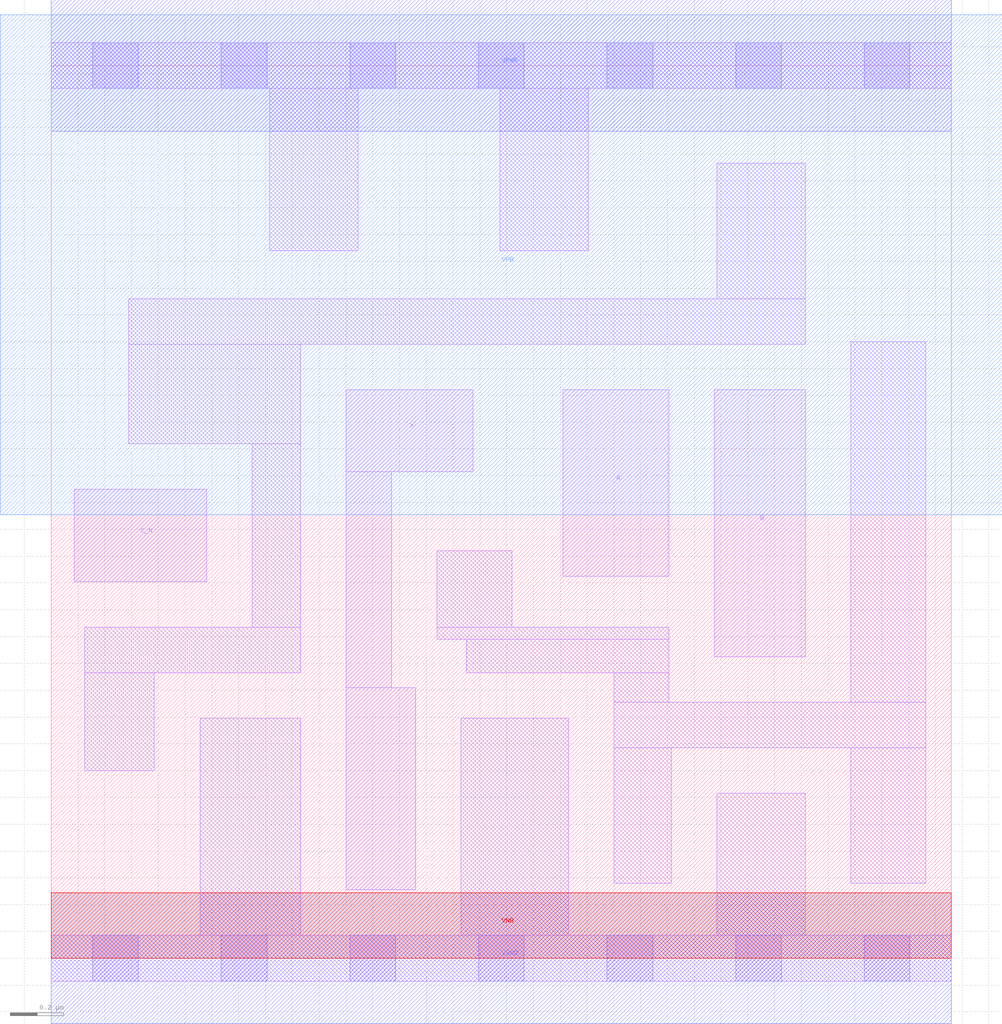
<source format=lef>
# Copyright 2020 The SkyWater PDK Authors
#
# Licensed under the Apache License, Version 2.0 (the "License");
# you may not use this file except in compliance with the License.
# You may obtain a copy of the License at
#
#     https://www.apache.org/licenses/LICENSE-2.0
#
# Unless required by applicable law or agreed to in writing, software
# distributed under the License is distributed on an "AS IS" BASIS,
# WITHOUT WARRANTIES OR CONDITIONS OF ANY KIND, either express or implied.
# See the License for the specific language governing permissions and
# limitations under the License.
#
# SPDX-License-Identifier: Apache-2.0

VERSION 5.7 ;
  NOWIREEXTENSIONATPIN ON ;
  DIVIDERCHAR "/" ;
  BUSBITCHARS "[]" ;
MACRO sky130_fd_sc_lp__or3b_2
  CLASS CORE ;
  FOREIGN sky130_fd_sc_lp__or3b_2 ;
  ORIGIN  0.000000  0.000000 ;
  SIZE  3.360000 BY  3.330000 ;
  SYMMETRY X Y R90 ;
  SITE unit ;
  PIN A
    ANTENNAGATEAREA  0.126000 ;
    DIRECTION INPUT ;
    USE SIGNAL ;
    PORT
      LAYER li1 ;
        RECT 1.910000 1.425000 2.305000 2.120000 ;
    END
  END A
  PIN B
    ANTENNAGATEAREA  0.126000 ;
    DIRECTION INPUT ;
    USE SIGNAL ;
    PORT
      LAYER li1 ;
        RECT 2.475000 1.125000 2.815000 2.120000 ;
    END
  END B
  PIN C_N
    ANTENNAGATEAREA  0.126000 ;
    DIRECTION INPUT ;
    USE SIGNAL ;
    PORT
      LAYER li1 ;
        RECT 0.085000 1.405000 0.580000 1.750000 ;
    END
  END C_N
  PIN X
    ANTENNADIFFAREA  0.588000 ;
    DIRECTION OUTPUT ;
    USE SIGNAL ;
    PORT
      LAYER li1 ;
        RECT 1.100000 0.255000 1.360000 1.010000 ;
        RECT 1.100000 1.010000 1.270000 1.815000 ;
        RECT 1.100000 1.815000 1.575000 2.120000 ;
    END
  END X
  PIN VGND
    DIRECTION INOUT ;
    USE GROUND ;
    PORT
      LAYER met1 ;
        RECT 0.000000 -0.245000 3.360000 0.245000 ;
    END
  END VGND
  PIN VNB
    DIRECTION INOUT ;
    USE GROUND ;
    PORT
      LAYER pwell ;
        RECT 0.000000 0.000000 3.360000 0.245000 ;
    END
  END VNB
  PIN VPB
    DIRECTION INOUT ;
    USE POWER ;
    PORT
      LAYER nwell ;
        RECT -0.190000 1.655000 3.550000 3.520000 ;
    END
  END VPB
  PIN VPWR
    DIRECTION INOUT ;
    USE POWER ;
    PORT
      LAYER met1 ;
        RECT 0.000000 3.085000 3.360000 3.575000 ;
    END
  END VPWR
  OBS
    LAYER li1 ;
      RECT 0.000000 -0.085000 3.360000 0.085000 ;
      RECT 0.000000  3.245000 3.360000 3.415000 ;
      RECT 0.125000  0.700000 0.385000 1.065000 ;
      RECT 0.125000  1.065000 0.930000 1.235000 ;
      RECT 0.290000  1.920000 0.930000 2.290000 ;
      RECT 0.290000  2.290000 2.815000 2.460000 ;
      RECT 0.555000  0.085000 0.930000 0.895000 ;
      RECT 0.750000  1.235000 0.930000 1.920000 ;
      RECT 0.815000  2.640000 1.145000 3.245000 ;
      RECT 1.440000  1.190000 2.305000 1.235000 ;
      RECT 1.440000  1.235000 1.720000 1.520000 ;
      RECT 1.530000  0.085000 1.930000 0.895000 ;
      RECT 1.550000  1.065000 2.305000 1.190000 ;
      RECT 1.675000  2.640000 2.005000 3.245000 ;
      RECT 2.100000  0.280000 2.315000 0.785000 ;
      RECT 2.100000  0.785000 3.265000 0.955000 ;
      RECT 2.100000  0.955000 2.305000 1.065000 ;
      RECT 2.485000  0.085000 2.815000 0.615000 ;
      RECT 2.485000  2.460000 2.815000 2.965000 ;
      RECT 2.985000  0.280000 3.265000 0.785000 ;
      RECT 2.985000  0.955000 3.265000 2.300000 ;
    LAYER mcon ;
      RECT 0.155000 -0.085000 0.325000 0.085000 ;
      RECT 0.155000  3.245000 0.325000 3.415000 ;
      RECT 0.635000 -0.085000 0.805000 0.085000 ;
      RECT 0.635000  3.245000 0.805000 3.415000 ;
      RECT 1.115000 -0.085000 1.285000 0.085000 ;
      RECT 1.115000  3.245000 1.285000 3.415000 ;
      RECT 1.595000 -0.085000 1.765000 0.085000 ;
      RECT 1.595000  3.245000 1.765000 3.415000 ;
      RECT 2.075000 -0.085000 2.245000 0.085000 ;
      RECT 2.075000  3.245000 2.245000 3.415000 ;
      RECT 2.555000 -0.085000 2.725000 0.085000 ;
      RECT 2.555000  3.245000 2.725000 3.415000 ;
      RECT 3.035000 -0.085000 3.205000 0.085000 ;
      RECT 3.035000  3.245000 3.205000 3.415000 ;
  END
END sky130_fd_sc_lp__or3b_2
END LIBRARY

</source>
